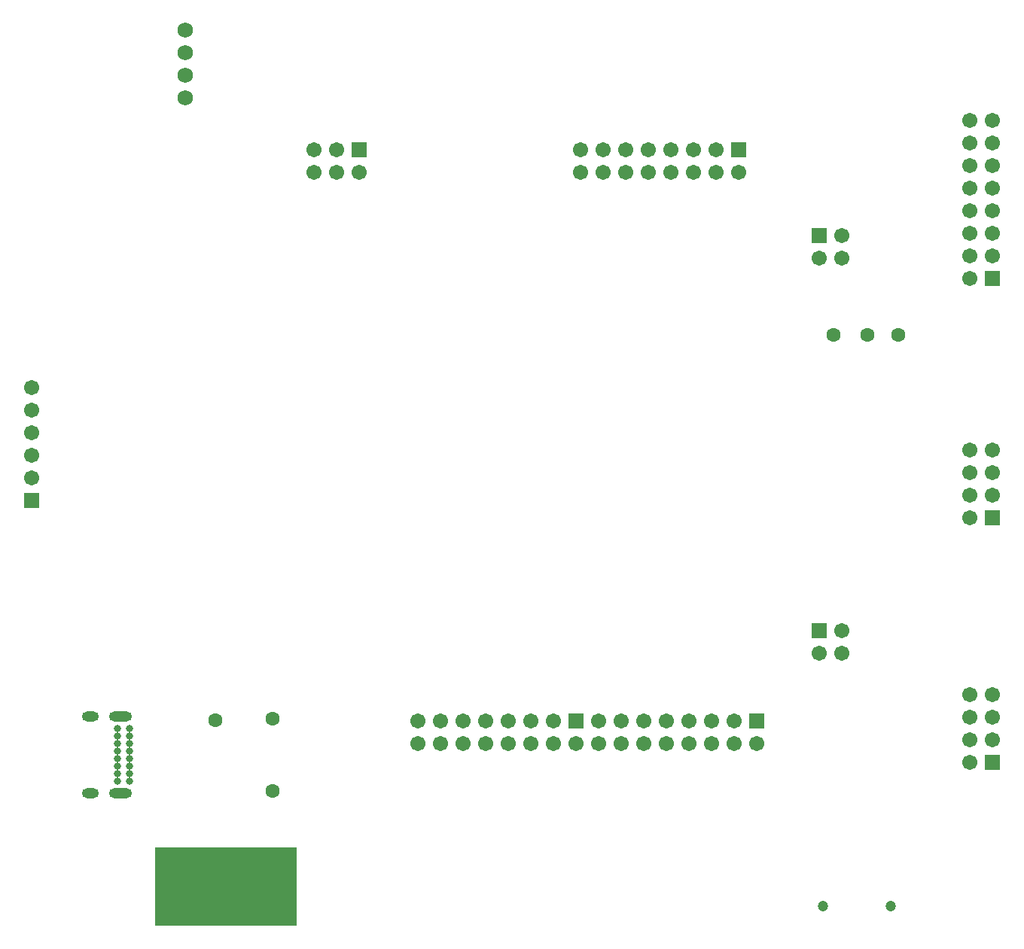
<source format=gbs>
G04*
G04 #@! TF.GenerationSoftware,Altium Limited,Altium Designer,19.1.8 (144)*
G04*
G04 Layer_Color=16711935*
%FSLAX25Y25*%
%MOIN*%
G70*
G01*
G75*
%ADD51R,0.62992X0.35100*%
%ADD52C,0.04737*%
%ADD72O,0.07493X0.04343*%
%ADD73O,0.10249X0.04343*%
%ADD74O,0.03359X0.03241*%
%ADD75C,0.06706*%
%ADD76R,0.06706X0.06706*%
%ADD77C,0.06800*%
%ADD78R,0.06706X0.06706*%
%ADD79C,0.06706*%
%ADD80C,0.06312*%
%ADD81C,0.08674*%
D51*
X52342Y19470D02*
D03*
D52*
X316842Y10996D02*
D03*
X346842D02*
D03*
D72*
X-7577Y94924D02*
D03*
Y60868D02*
D03*
D73*
X5730D02*
D03*
Y94924D02*
D03*
D74*
X4274Y89609D02*
D03*
Y86262D02*
D03*
Y82916D02*
D03*
Y79569D02*
D03*
Y76223D02*
D03*
Y72876D02*
D03*
Y69530D02*
D03*
Y66183D02*
D03*
X9588D02*
D03*
Y69530D02*
D03*
Y72876D02*
D03*
Y76223D02*
D03*
Y79569D02*
D03*
Y82916D02*
D03*
Y86262D02*
D03*
Y89609D02*
D03*
D75*
X91442Y335996D02*
D03*
Y345996D02*
D03*
X101442Y335996D02*
D03*
Y345996D02*
D03*
X111442Y335996D02*
D03*
X324942Y297996D02*
D03*
X314942D02*
D03*
X324942Y307996D02*
D03*
X381599Y74496D02*
D03*
X391599Y84496D02*
D03*
X381599D02*
D03*
X391599Y94496D02*
D03*
X381599D02*
D03*
X391599Y104496D02*
D03*
X381599D02*
D03*
X391599Y328996D02*
D03*
X381599D02*
D03*
Y318996D02*
D03*
X391599D02*
D03*
X381599Y308996D02*
D03*
X391599D02*
D03*
X381599Y298996D02*
D03*
X391599D02*
D03*
X381599Y288996D02*
D03*
X-33433Y200496D02*
D03*
Y210496D02*
D03*
Y220496D02*
D03*
Y230496D02*
D03*
Y240496D02*
D03*
X324942Y132996D02*
D03*
X314942Y122996D02*
D03*
X324942D02*
D03*
X381599Y212996D02*
D03*
X391599D02*
D03*
X381599Y202996D02*
D03*
X391599D02*
D03*
X381599Y192996D02*
D03*
X391599D02*
D03*
X381599Y182996D02*
D03*
X247442Y92996D02*
D03*
Y82996D02*
D03*
X257442D02*
D03*
Y92996D02*
D03*
X267442Y82996D02*
D03*
Y92996D02*
D03*
X277442Y82996D02*
D03*
Y92996D02*
D03*
X287442Y82996D02*
D03*
X207442D02*
D03*
X197442Y92996D02*
D03*
Y82996D02*
D03*
X187442Y92996D02*
D03*
Y82996D02*
D03*
X177442Y92996D02*
D03*
Y82996D02*
D03*
X167442D02*
D03*
Y92996D02*
D03*
X239442Y345996D02*
D03*
Y335996D02*
D03*
X249442D02*
D03*
Y345996D02*
D03*
X259442Y335996D02*
D03*
Y345996D02*
D03*
X269442Y335996D02*
D03*
Y345996D02*
D03*
X279442Y335996D02*
D03*
D76*
X111442Y345996D02*
D03*
X287442Y92996D02*
D03*
X207442D02*
D03*
X279442Y345996D02*
D03*
D77*
X34442Y398996D02*
D03*
Y388996D02*
D03*
Y378996D02*
D03*
Y368996D02*
D03*
D78*
X314942Y307996D02*
D03*
X391599Y74496D02*
D03*
Y288996D02*
D03*
X-33433Y190496D02*
D03*
X314942Y132996D02*
D03*
X391599Y182996D02*
D03*
D79*
X381599Y358996D02*
D03*
X391599D02*
D03*
X381599Y338996D02*
D03*
X391599D02*
D03*
Y348996D02*
D03*
X381599D02*
D03*
X217442Y82996D02*
D03*
Y92996D02*
D03*
X237442Y82996D02*
D03*
Y92996D02*
D03*
X227442D02*
D03*
Y82996D02*
D03*
X147442D02*
D03*
Y92996D02*
D03*
X157442D02*
D03*
Y82996D02*
D03*
X137442Y92996D02*
D03*
Y82996D02*
D03*
X209442Y335996D02*
D03*
Y345996D02*
D03*
X229442Y335996D02*
D03*
Y345996D02*
D03*
X219442D02*
D03*
Y335996D02*
D03*
D80*
X47742Y93396D02*
D03*
X73242Y61896D02*
D03*
Y93896D02*
D03*
X350233Y264000D02*
D03*
X321442D02*
D03*
X336442D02*
D03*
D81*
X52342Y18496D02*
D03*
M02*

</source>
